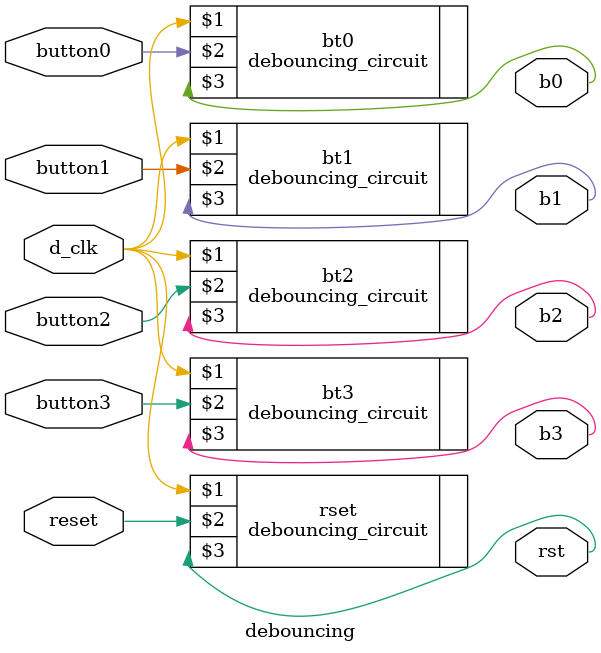
<source format=v>
`timescale 1ns / 1ps
module debouncing(
						d_clk,
						button3,
						button2,
						button1,
						button0,
						reset,
						b3,
						b2,
						b1,
						b0,
						rst
    );
	 
	/////////////////////////////////////////////////////////////////////////////////
	//Inputs/Outputs
	/////////////////////////////////////////////////////////////////////////////////
    input d_clk;
    input button3;
    input button2;
    input button1;
    input button0;
	 input reset;
    output b3;
    output b2;
    output b1;
    output b0;
	 output rst;

	/////////////////////////////////////////////////////////////////////////////////
	//Module Instantiations
	/////////////////////////////////////////////////////////////////////////////////
	debouncing_circuit bt3(d_clk, button3, b3);
	debouncing_circuit bt2(d_clk, button2, b2);
	debouncing_circuit bt1(d_clk, button1, b1);
	debouncing_circuit bt0(d_clk, button0, b0);
	debouncing_circuit rset(d_clk, reset, rst);

endmodule

</source>
